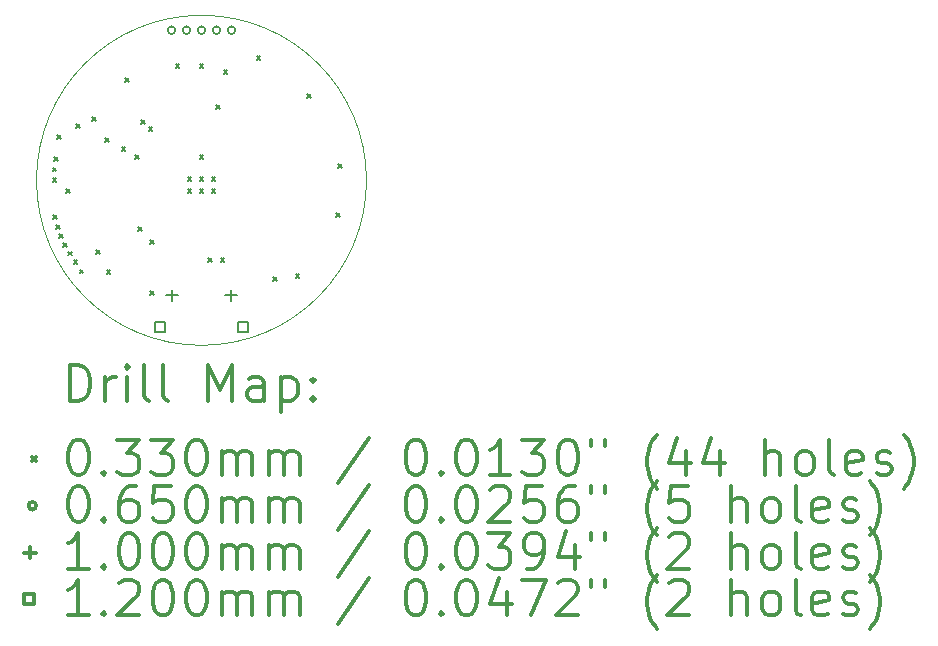
<source format=gbr>
%FSLAX45Y45*%
G04 Gerber Fmt 4.5, Leading zero omitted, Abs format (unit mm)*
G04 Created by KiCad (PCBNEW (5.1.12)-1) date 2021-11-24 10:50:31*
%MOMM*%
%LPD*%
G01*
G04 APERTURE LIST*
%TA.AperFunction,Profile*%
%ADD10C,0.050000*%
%TD*%
%ADD11C,0.200000*%
%ADD12C,0.300000*%
G04 APERTURE END LIST*
D10*
X20447000Y-10160000D02*
G75*
G03*
X20447000Y-10160000I-1397000J0D01*
G01*
D11*
X17788890Y-10052050D02*
X17821910Y-10085070D01*
X17821910Y-10052050D02*
X17788890Y-10085070D01*
X17788890Y-10143490D02*
X17821910Y-10176510D01*
X17821910Y-10143490D02*
X17788890Y-10176510D01*
X17789375Y-10455726D02*
X17822395Y-10488746D01*
X17822395Y-10455726D02*
X17789375Y-10488746D01*
X17799051Y-9963151D02*
X17832071Y-9996171D01*
X17832071Y-9963151D02*
X17799051Y-9996171D01*
X17814988Y-10535538D02*
X17848008Y-10568558D01*
X17848008Y-10535538D02*
X17814988Y-10568558D01*
X17826990Y-9775190D02*
X17860010Y-9808210D01*
X17860010Y-9775190D02*
X17826990Y-9808210D01*
X17841112Y-10615185D02*
X17874132Y-10648205D01*
X17874132Y-10615185D02*
X17841112Y-10648205D01*
X17875365Y-10691688D02*
X17908385Y-10724708D01*
X17908385Y-10691688D02*
X17875365Y-10724708D01*
X17900427Y-10237469D02*
X17933447Y-10270489D01*
X17933447Y-10237469D02*
X17900427Y-10270489D01*
X17918981Y-10763267D02*
X17952001Y-10796287D01*
X17952001Y-10763267D02*
X17918981Y-10796287D01*
X17966291Y-10834063D02*
X17999311Y-10867083D01*
X17999311Y-10834063D02*
X17966291Y-10867083D01*
X17987010Y-9686290D02*
X18020030Y-9719310D01*
X18020030Y-9686290D02*
X17987010Y-9719310D01*
X18017490Y-10915650D02*
X18050510Y-10948670D01*
X18050510Y-10915650D02*
X18017490Y-10948670D01*
X18124170Y-9625330D02*
X18157190Y-9658350D01*
X18157190Y-9625330D02*
X18124170Y-9658350D01*
X18155922Y-10753090D02*
X18188942Y-10786110D01*
X18188942Y-10753090D02*
X18155922Y-10786110D01*
X18233390Y-9800590D02*
X18266410Y-9833610D01*
X18266410Y-9800590D02*
X18233390Y-9833610D01*
X18246090Y-10918190D02*
X18279110Y-10951210D01*
X18279110Y-10918190D02*
X18246090Y-10951210D01*
X18373090Y-9879330D02*
X18406110Y-9912350D01*
X18406110Y-9879330D02*
X18373090Y-9912350D01*
X18403570Y-9295130D02*
X18436590Y-9328150D01*
X18436590Y-9295130D02*
X18403570Y-9328150D01*
X18489930Y-9945370D02*
X18522950Y-9978390D01*
X18522950Y-9945370D02*
X18489930Y-9978390D01*
X18510250Y-10554970D02*
X18543270Y-10587990D01*
X18543270Y-10554970D02*
X18510250Y-10587990D01*
X18538190Y-9648190D02*
X18571210Y-9681210D01*
X18571210Y-9648190D02*
X18538190Y-9681210D01*
X18601690Y-9711690D02*
X18634710Y-9744710D01*
X18634710Y-9711690D02*
X18601690Y-9744710D01*
X18611850Y-11098530D02*
X18644870Y-11131550D01*
X18644870Y-11098530D02*
X18611850Y-11131550D01*
X18616930Y-10664190D02*
X18649950Y-10697210D01*
X18649950Y-10664190D02*
X18616930Y-10697210D01*
X18830290Y-9178290D02*
X18863310Y-9211310D01*
X18863310Y-9178290D02*
X18830290Y-9211310D01*
X18931890Y-10130790D02*
X18964910Y-10163810D01*
X18964910Y-10130790D02*
X18931890Y-10163810D01*
X18931890Y-10232390D02*
X18964910Y-10265410D01*
X18964910Y-10232390D02*
X18931890Y-10265410D01*
X19033490Y-9173960D02*
X19066510Y-9206980D01*
X19066510Y-9173960D02*
X19033490Y-9206980D01*
X19033490Y-9945370D02*
X19066510Y-9978390D01*
X19066510Y-9945370D02*
X19033490Y-9978390D01*
X19033490Y-10130790D02*
X19066510Y-10163810D01*
X19066510Y-10130790D02*
X19033490Y-10163810D01*
X19033490Y-10232390D02*
X19066510Y-10265410D01*
X19066510Y-10232390D02*
X19033490Y-10265410D01*
X19108490Y-10816590D02*
X19141510Y-10849610D01*
X19141510Y-10816590D02*
X19108490Y-10849610D01*
X19135090Y-10130790D02*
X19168110Y-10163810D01*
X19168110Y-10130790D02*
X19135090Y-10163810D01*
X19135090Y-10232390D02*
X19168110Y-10265410D01*
X19168110Y-10232390D02*
X19135090Y-10265410D01*
X19173190Y-9521190D02*
X19206210Y-9554210D01*
X19206210Y-9521190D02*
X19173190Y-9554210D01*
X19211290Y-10816590D02*
X19244310Y-10849610D01*
X19244310Y-10816590D02*
X19211290Y-10849610D01*
X19236690Y-9229090D02*
X19269710Y-9262110D01*
X19269710Y-9229090D02*
X19236690Y-9262110D01*
X19516090Y-9108441D02*
X19549110Y-9141461D01*
X19549110Y-9108441D02*
X19516090Y-9141461D01*
X19658329Y-10976610D02*
X19691349Y-11009630D01*
X19691349Y-10976610D02*
X19658329Y-11009630D01*
X19846291Y-10956290D02*
X19879311Y-10989310D01*
X19879311Y-10956290D02*
X19846291Y-10989310D01*
X19942810Y-9432290D02*
X19975830Y-9465310D01*
X19975830Y-9432290D02*
X19942810Y-9465310D01*
X20191730Y-10438130D02*
X20224750Y-10471150D01*
X20224750Y-10438130D02*
X20191730Y-10471150D01*
X20203490Y-10022550D02*
X20236510Y-10055570D01*
X20236510Y-10022550D02*
X20203490Y-10055570D01*
X18828500Y-8890000D02*
G75*
G03*
X18828500Y-8890000I-32500J0D01*
G01*
X18955500Y-8890000D02*
G75*
G03*
X18955500Y-8890000I-32500J0D01*
G01*
X19082500Y-8890000D02*
G75*
G03*
X19082500Y-8890000I-32500J0D01*
G01*
X19209500Y-8890000D02*
G75*
G03*
X19209500Y-8890000I-32500J0D01*
G01*
X19336500Y-8890000D02*
G75*
G03*
X19336500Y-8890000I-32500J0D01*
G01*
X18800000Y-11085000D02*
X18800000Y-11185000D01*
X18750000Y-11135000D02*
X18850000Y-11135000D01*
X19300000Y-11085000D02*
X19300000Y-11185000D01*
X19250000Y-11135000D02*
X19350000Y-11135000D01*
X18742427Y-11447427D02*
X18742427Y-11362573D01*
X18657573Y-11362573D01*
X18657573Y-11447427D01*
X18742427Y-11447427D01*
X19442427Y-11447427D02*
X19442427Y-11362573D01*
X19357573Y-11362573D01*
X19357573Y-11447427D01*
X19442427Y-11447427D01*
D12*
X17936928Y-12025214D02*
X17936928Y-11725214D01*
X18008357Y-11725214D01*
X18051214Y-11739500D01*
X18079786Y-11768071D01*
X18094071Y-11796643D01*
X18108357Y-11853786D01*
X18108357Y-11896643D01*
X18094071Y-11953786D01*
X18079786Y-11982357D01*
X18051214Y-12010929D01*
X18008357Y-12025214D01*
X17936928Y-12025214D01*
X18236928Y-12025214D02*
X18236928Y-11825214D01*
X18236928Y-11882357D02*
X18251214Y-11853786D01*
X18265500Y-11839500D01*
X18294071Y-11825214D01*
X18322643Y-11825214D01*
X18422643Y-12025214D02*
X18422643Y-11825214D01*
X18422643Y-11725214D02*
X18408357Y-11739500D01*
X18422643Y-11753786D01*
X18436928Y-11739500D01*
X18422643Y-11725214D01*
X18422643Y-11753786D01*
X18608357Y-12025214D02*
X18579786Y-12010929D01*
X18565500Y-11982357D01*
X18565500Y-11725214D01*
X18765500Y-12025214D02*
X18736928Y-12010929D01*
X18722643Y-11982357D01*
X18722643Y-11725214D01*
X19108357Y-12025214D02*
X19108357Y-11725214D01*
X19208357Y-11939500D01*
X19308357Y-11725214D01*
X19308357Y-12025214D01*
X19579786Y-12025214D02*
X19579786Y-11868071D01*
X19565500Y-11839500D01*
X19536928Y-11825214D01*
X19479786Y-11825214D01*
X19451214Y-11839500D01*
X19579786Y-12010929D02*
X19551214Y-12025214D01*
X19479786Y-12025214D01*
X19451214Y-12010929D01*
X19436928Y-11982357D01*
X19436928Y-11953786D01*
X19451214Y-11925214D01*
X19479786Y-11910929D01*
X19551214Y-11910929D01*
X19579786Y-11896643D01*
X19722643Y-11825214D02*
X19722643Y-12125214D01*
X19722643Y-11839500D02*
X19751214Y-11825214D01*
X19808357Y-11825214D01*
X19836928Y-11839500D01*
X19851214Y-11853786D01*
X19865500Y-11882357D01*
X19865500Y-11968071D01*
X19851214Y-11996643D01*
X19836928Y-12010929D01*
X19808357Y-12025214D01*
X19751214Y-12025214D01*
X19722643Y-12010929D01*
X19994071Y-11996643D02*
X20008357Y-12010929D01*
X19994071Y-12025214D01*
X19979786Y-12010929D01*
X19994071Y-11996643D01*
X19994071Y-12025214D01*
X19994071Y-11839500D02*
X20008357Y-11853786D01*
X19994071Y-11868071D01*
X19979786Y-11853786D01*
X19994071Y-11839500D01*
X19994071Y-11868071D01*
X17617480Y-12502990D02*
X17650500Y-12536010D01*
X17650500Y-12502990D02*
X17617480Y-12536010D01*
X17994071Y-12355214D02*
X18022643Y-12355214D01*
X18051214Y-12369500D01*
X18065500Y-12383786D01*
X18079786Y-12412357D01*
X18094071Y-12469500D01*
X18094071Y-12540929D01*
X18079786Y-12598071D01*
X18065500Y-12626643D01*
X18051214Y-12640929D01*
X18022643Y-12655214D01*
X17994071Y-12655214D01*
X17965500Y-12640929D01*
X17951214Y-12626643D01*
X17936928Y-12598071D01*
X17922643Y-12540929D01*
X17922643Y-12469500D01*
X17936928Y-12412357D01*
X17951214Y-12383786D01*
X17965500Y-12369500D01*
X17994071Y-12355214D01*
X18222643Y-12626643D02*
X18236928Y-12640929D01*
X18222643Y-12655214D01*
X18208357Y-12640929D01*
X18222643Y-12626643D01*
X18222643Y-12655214D01*
X18336928Y-12355214D02*
X18522643Y-12355214D01*
X18422643Y-12469500D01*
X18465500Y-12469500D01*
X18494071Y-12483786D01*
X18508357Y-12498071D01*
X18522643Y-12526643D01*
X18522643Y-12598071D01*
X18508357Y-12626643D01*
X18494071Y-12640929D01*
X18465500Y-12655214D01*
X18379786Y-12655214D01*
X18351214Y-12640929D01*
X18336928Y-12626643D01*
X18622643Y-12355214D02*
X18808357Y-12355214D01*
X18708357Y-12469500D01*
X18751214Y-12469500D01*
X18779786Y-12483786D01*
X18794071Y-12498071D01*
X18808357Y-12526643D01*
X18808357Y-12598071D01*
X18794071Y-12626643D01*
X18779786Y-12640929D01*
X18751214Y-12655214D01*
X18665500Y-12655214D01*
X18636928Y-12640929D01*
X18622643Y-12626643D01*
X18994071Y-12355214D02*
X19022643Y-12355214D01*
X19051214Y-12369500D01*
X19065500Y-12383786D01*
X19079786Y-12412357D01*
X19094071Y-12469500D01*
X19094071Y-12540929D01*
X19079786Y-12598071D01*
X19065500Y-12626643D01*
X19051214Y-12640929D01*
X19022643Y-12655214D01*
X18994071Y-12655214D01*
X18965500Y-12640929D01*
X18951214Y-12626643D01*
X18936928Y-12598071D01*
X18922643Y-12540929D01*
X18922643Y-12469500D01*
X18936928Y-12412357D01*
X18951214Y-12383786D01*
X18965500Y-12369500D01*
X18994071Y-12355214D01*
X19222643Y-12655214D02*
X19222643Y-12455214D01*
X19222643Y-12483786D02*
X19236928Y-12469500D01*
X19265500Y-12455214D01*
X19308357Y-12455214D01*
X19336928Y-12469500D01*
X19351214Y-12498071D01*
X19351214Y-12655214D01*
X19351214Y-12498071D02*
X19365500Y-12469500D01*
X19394071Y-12455214D01*
X19436928Y-12455214D01*
X19465500Y-12469500D01*
X19479786Y-12498071D01*
X19479786Y-12655214D01*
X19622643Y-12655214D02*
X19622643Y-12455214D01*
X19622643Y-12483786D02*
X19636928Y-12469500D01*
X19665500Y-12455214D01*
X19708357Y-12455214D01*
X19736928Y-12469500D01*
X19751214Y-12498071D01*
X19751214Y-12655214D01*
X19751214Y-12498071D02*
X19765500Y-12469500D01*
X19794071Y-12455214D01*
X19836928Y-12455214D01*
X19865500Y-12469500D01*
X19879786Y-12498071D01*
X19879786Y-12655214D01*
X20465500Y-12340929D02*
X20208357Y-12726643D01*
X20851214Y-12355214D02*
X20879786Y-12355214D01*
X20908357Y-12369500D01*
X20922643Y-12383786D01*
X20936928Y-12412357D01*
X20951214Y-12469500D01*
X20951214Y-12540929D01*
X20936928Y-12598071D01*
X20922643Y-12626643D01*
X20908357Y-12640929D01*
X20879786Y-12655214D01*
X20851214Y-12655214D01*
X20822643Y-12640929D01*
X20808357Y-12626643D01*
X20794071Y-12598071D01*
X20779786Y-12540929D01*
X20779786Y-12469500D01*
X20794071Y-12412357D01*
X20808357Y-12383786D01*
X20822643Y-12369500D01*
X20851214Y-12355214D01*
X21079786Y-12626643D02*
X21094071Y-12640929D01*
X21079786Y-12655214D01*
X21065500Y-12640929D01*
X21079786Y-12626643D01*
X21079786Y-12655214D01*
X21279786Y-12355214D02*
X21308357Y-12355214D01*
X21336928Y-12369500D01*
X21351214Y-12383786D01*
X21365500Y-12412357D01*
X21379786Y-12469500D01*
X21379786Y-12540929D01*
X21365500Y-12598071D01*
X21351214Y-12626643D01*
X21336928Y-12640929D01*
X21308357Y-12655214D01*
X21279786Y-12655214D01*
X21251214Y-12640929D01*
X21236928Y-12626643D01*
X21222643Y-12598071D01*
X21208357Y-12540929D01*
X21208357Y-12469500D01*
X21222643Y-12412357D01*
X21236928Y-12383786D01*
X21251214Y-12369500D01*
X21279786Y-12355214D01*
X21665500Y-12655214D02*
X21494071Y-12655214D01*
X21579786Y-12655214D02*
X21579786Y-12355214D01*
X21551214Y-12398071D01*
X21522643Y-12426643D01*
X21494071Y-12440929D01*
X21765500Y-12355214D02*
X21951214Y-12355214D01*
X21851214Y-12469500D01*
X21894071Y-12469500D01*
X21922643Y-12483786D01*
X21936928Y-12498071D01*
X21951214Y-12526643D01*
X21951214Y-12598071D01*
X21936928Y-12626643D01*
X21922643Y-12640929D01*
X21894071Y-12655214D01*
X21808357Y-12655214D01*
X21779786Y-12640929D01*
X21765500Y-12626643D01*
X22136928Y-12355214D02*
X22165500Y-12355214D01*
X22194071Y-12369500D01*
X22208357Y-12383786D01*
X22222643Y-12412357D01*
X22236928Y-12469500D01*
X22236928Y-12540929D01*
X22222643Y-12598071D01*
X22208357Y-12626643D01*
X22194071Y-12640929D01*
X22165500Y-12655214D01*
X22136928Y-12655214D01*
X22108357Y-12640929D01*
X22094071Y-12626643D01*
X22079786Y-12598071D01*
X22065500Y-12540929D01*
X22065500Y-12469500D01*
X22079786Y-12412357D01*
X22094071Y-12383786D01*
X22108357Y-12369500D01*
X22136928Y-12355214D01*
X22351214Y-12355214D02*
X22351214Y-12412357D01*
X22465500Y-12355214D02*
X22465500Y-12412357D01*
X22908357Y-12769500D02*
X22894071Y-12755214D01*
X22865500Y-12712357D01*
X22851214Y-12683786D01*
X22836928Y-12640929D01*
X22822643Y-12569500D01*
X22822643Y-12512357D01*
X22836928Y-12440929D01*
X22851214Y-12398071D01*
X22865500Y-12369500D01*
X22894071Y-12326643D01*
X22908357Y-12312357D01*
X23151214Y-12455214D02*
X23151214Y-12655214D01*
X23079786Y-12340929D02*
X23008357Y-12555214D01*
X23194071Y-12555214D01*
X23436928Y-12455214D02*
X23436928Y-12655214D01*
X23365500Y-12340929D02*
X23294071Y-12555214D01*
X23479786Y-12555214D01*
X23822643Y-12655214D02*
X23822643Y-12355214D01*
X23951214Y-12655214D02*
X23951214Y-12498071D01*
X23936928Y-12469500D01*
X23908357Y-12455214D01*
X23865500Y-12455214D01*
X23836928Y-12469500D01*
X23822643Y-12483786D01*
X24136928Y-12655214D02*
X24108357Y-12640929D01*
X24094071Y-12626643D01*
X24079786Y-12598071D01*
X24079786Y-12512357D01*
X24094071Y-12483786D01*
X24108357Y-12469500D01*
X24136928Y-12455214D01*
X24179786Y-12455214D01*
X24208357Y-12469500D01*
X24222643Y-12483786D01*
X24236928Y-12512357D01*
X24236928Y-12598071D01*
X24222643Y-12626643D01*
X24208357Y-12640929D01*
X24179786Y-12655214D01*
X24136928Y-12655214D01*
X24408357Y-12655214D02*
X24379786Y-12640929D01*
X24365500Y-12612357D01*
X24365500Y-12355214D01*
X24636928Y-12640929D02*
X24608357Y-12655214D01*
X24551214Y-12655214D01*
X24522643Y-12640929D01*
X24508357Y-12612357D01*
X24508357Y-12498071D01*
X24522643Y-12469500D01*
X24551214Y-12455214D01*
X24608357Y-12455214D01*
X24636928Y-12469500D01*
X24651214Y-12498071D01*
X24651214Y-12526643D01*
X24508357Y-12555214D01*
X24765500Y-12640929D02*
X24794071Y-12655214D01*
X24851214Y-12655214D01*
X24879786Y-12640929D01*
X24894071Y-12612357D01*
X24894071Y-12598071D01*
X24879786Y-12569500D01*
X24851214Y-12555214D01*
X24808357Y-12555214D01*
X24779786Y-12540929D01*
X24765500Y-12512357D01*
X24765500Y-12498071D01*
X24779786Y-12469500D01*
X24808357Y-12455214D01*
X24851214Y-12455214D01*
X24879786Y-12469500D01*
X24994071Y-12769500D02*
X25008357Y-12755214D01*
X25036928Y-12712357D01*
X25051214Y-12683786D01*
X25065500Y-12640929D01*
X25079786Y-12569500D01*
X25079786Y-12512357D01*
X25065500Y-12440929D01*
X25051214Y-12398071D01*
X25036928Y-12369500D01*
X25008357Y-12326643D01*
X24994071Y-12312357D01*
X17650500Y-12915500D02*
G75*
G03*
X17650500Y-12915500I-32500J0D01*
G01*
X17994071Y-12751214D02*
X18022643Y-12751214D01*
X18051214Y-12765500D01*
X18065500Y-12779786D01*
X18079786Y-12808357D01*
X18094071Y-12865500D01*
X18094071Y-12936929D01*
X18079786Y-12994071D01*
X18065500Y-13022643D01*
X18051214Y-13036929D01*
X18022643Y-13051214D01*
X17994071Y-13051214D01*
X17965500Y-13036929D01*
X17951214Y-13022643D01*
X17936928Y-12994071D01*
X17922643Y-12936929D01*
X17922643Y-12865500D01*
X17936928Y-12808357D01*
X17951214Y-12779786D01*
X17965500Y-12765500D01*
X17994071Y-12751214D01*
X18222643Y-13022643D02*
X18236928Y-13036929D01*
X18222643Y-13051214D01*
X18208357Y-13036929D01*
X18222643Y-13022643D01*
X18222643Y-13051214D01*
X18494071Y-12751214D02*
X18436928Y-12751214D01*
X18408357Y-12765500D01*
X18394071Y-12779786D01*
X18365500Y-12822643D01*
X18351214Y-12879786D01*
X18351214Y-12994071D01*
X18365500Y-13022643D01*
X18379786Y-13036929D01*
X18408357Y-13051214D01*
X18465500Y-13051214D01*
X18494071Y-13036929D01*
X18508357Y-13022643D01*
X18522643Y-12994071D01*
X18522643Y-12922643D01*
X18508357Y-12894071D01*
X18494071Y-12879786D01*
X18465500Y-12865500D01*
X18408357Y-12865500D01*
X18379786Y-12879786D01*
X18365500Y-12894071D01*
X18351214Y-12922643D01*
X18794071Y-12751214D02*
X18651214Y-12751214D01*
X18636928Y-12894071D01*
X18651214Y-12879786D01*
X18679786Y-12865500D01*
X18751214Y-12865500D01*
X18779786Y-12879786D01*
X18794071Y-12894071D01*
X18808357Y-12922643D01*
X18808357Y-12994071D01*
X18794071Y-13022643D01*
X18779786Y-13036929D01*
X18751214Y-13051214D01*
X18679786Y-13051214D01*
X18651214Y-13036929D01*
X18636928Y-13022643D01*
X18994071Y-12751214D02*
X19022643Y-12751214D01*
X19051214Y-12765500D01*
X19065500Y-12779786D01*
X19079786Y-12808357D01*
X19094071Y-12865500D01*
X19094071Y-12936929D01*
X19079786Y-12994071D01*
X19065500Y-13022643D01*
X19051214Y-13036929D01*
X19022643Y-13051214D01*
X18994071Y-13051214D01*
X18965500Y-13036929D01*
X18951214Y-13022643D01*
X18936928Y-12994071D01*
X18922643Y-12936929D01*
X18922643Y-12865500D01*
X18936928Y-12808357D01*
X18951214Y-12779786D01*
X18965500Y-12765500D01*
X18994071Y-12751214D01*
X19222643Y-13051214D02*
X19222643Y-12851214D01*
X19222643Y-12879786D02*
X19236928Y-12865500D01*
X19265500Y-12851214D01*
X19308357Y-12851214D01*
X19336928Y-12865500D01*
X19351214Y-12894071D01*
X19351214Y-13051214D01*
X19351214Y-12894071D02*
X19365500Y-12865500D01*
X19394071Y-12851214D01*
X19436928Y-12851214D01*
X19465500Y-12865500D01*
X19479786Y-12894071D01*
X19479786Y-13051214D01*
X19622643Y-13051214D02*
X19622643Y-12851214D01*
X19622643Y-12879786D02*
X19636928Y-12865500D01*
X19665500Y-12851214D01*
X19708357Y-12851214D01*
X19736928Y-12865500D01*
X19751214Y-12894071D01*
X19751214Y-13051214D01*
X19751214Y-12894071D02*
X19765500Y-12865500D01*
X19794071Y-12851214D01*
X19836928Y-12851214D01*
X19865500Y-12865500D01*
X19879786Y-12894071D01*
X19879786Y-13051214D01*
X20465500Y-12736929D02*
X20208357Y-13122643D01*
X20851214Y-12751214D02*
X20879786Y-12751214D01*
X20908357Y-12765500D01*
X20922643Y-12779786D01*
X20936928Y-12808357D01*
X20951214Y-12865500D01*
X20951214Y-12936929D01*
X20936928Y-12994071D01*
X20922643Y-13022643D01*
X20908357Y-13036929D01*
X20879786Y-13051214D01*
X20851214Y-13051214D01*
X20822643Y-13036929D01*
X20808357Y-13022643D01*
X20794071Y-12994071D01*
X20779786Y-12936929D01*
X20779786Y-12865500D01*
X20794071Y-12808357D01*
X20808357Y-12779786D01*
X20822643Y-12765500D01*
X20851214Y-12751214D01*
X21079786Y-13022643D02*
X21094071Y-13036929D01*
X21079786Y-13051214D01*
X21065500Y-13036929D01*
X21079786Y-13022643D01*
X21079786Y-13051214D01*
X21279786Y-12751214D02*
X21308357Y-12751214D01*
X21336928Y-12765500D01*
X21351214Y-12779786D01*
X21365500Y-12808357D01*
X21379786Y-12865500D01*
X21379786Y-12936929D01*
X21365500Y-12994071D01*
X21351214Y-13022643D01*
X21336928Y-13036929D01*
X21308357Y-13051214D01*
X21279786Y-13051214D01*
X21251214Y-13036929D01*
X21236928Y-13022643D01*
X21222643Y-12994071D01*
X21208357Y-12936929D01*
X21208357Y-12865500D01*
X21222643Y-12808357D01*
X21236928Y-12779786D01*
X21251214Y-12765500D01*
X21279786Y-12751214D01*
X21494071Y-12779786D02*
X21508357Y-12765500D01*
X21536928Y-12751214D01*
X21608357Y-12751214D01*
X21636928Y-12765500D01*
X21651214Y-12779786D01*
X21665500Y-12808357D01*
X21665500Y-12836929D01*
X21651214Y-12879786D01*
X21479786Y-13051214D01*
X21665500Y-13051214D01*
X21936928Y-12751214D02*
X21794071Y-12751214D01*
X21779786Y-12894071D01*
X21794071Y-12879786D01*
X21822643Y-12865500D01*
X21894071Y-12865500D01*
X21922643Y-12879786D01*
X21936928Y-12894071D01*
X21951214Y-12922643D01*
X21951214Y-12994071D01*
X21936928Y-13022643D01*
X21922643Y-13036929D01*
X21894071Y-13051214D01*
X21822643Y-13051214D01*
X21794071Y-13036929D01*
X21779786Y-13022643D01*
X22208357Y-12751214D02*
X22151214Y-12751214D01*
X22122643Y-12765500D01*
X22108357Y-12779786D01*
X22079786Y-12822643D01*
X22065500Y-12879786D01*
X22065500Y-12994071D01*
X22079786Y-13022643D01*
X22094071Y-13036929D01*
X22122643Y-13051214D01*
X22179786Y-13051214D01*
X22208357Y-13036929D01*
X22222643Y-13022643D01*
X22236928Y-12994071D01*
X22236928Y-12922643D01*
X22222643Y-12894071D01*
X22208357Y-12879786D01*
X22179786Y-12865500D01*
X22122643Y-12865500D01*
X22094071Y-12879786D01*
X22079786Y-12894071D01*
X22065500Y-12922643D01*
X22351214Y-12751214D02*
X22351214Y-12808357D01*
X22465500Y-12751214D02*
X22465500Y-12808357D01*
X22908357Y-13165500D02*
X22894071Y-13151214D01*
X22865500Y-13108357D01*
X22851214Y-13079786D01*
X22836928Y-13036929D01*
X22822643Y-12965500D01*
X22822643Y-12908357D01*
X22836928Y-12836929D01*
X22851214Y-12794071D01*
X22865500Y-12765500D01*
X22894071Y-12722643D01*
X22908357Y-12708357D01*
X23165500Y-12751214D02*
X23022643Y-12751214D01*
X23008357Y-12894071D01*
X23022643Y-12879786D01*
X23051214Y-12865500D01*
X23122643Y-12865500D01*
X23151214Y-12879786D01*
X23165500Y-12894071D01*
X23179786Y-12922643D01*
X23179786Y-12994071D01*
X23165500Y-13022643D01*
X23151214Y-13036929D01*
X23122643Y-13051214D01*
X23051214Y-13051214D01*
X23022643Y-13036929D01*
X23008357Y-13022643D01*
X23536928Y-13051214D02*
X23536928Y-12751214D01*
X23665500Y-13051214D02*
X23665500Y-12894071D01*
X23651214Y-12865500D01*
X23622643Y-12851214D01*
X23579786Y-12851214D01*
X23551214Y-12865500D01*
X23536928Y-12879786D01*
X23851214Y-13051214D02*
X23822643Y-13036929D01*
X23808357Y-13022643D01*
X23794071Y-12994071D01*
X23794071Y-12908357D01*
X23808357Y-12879786D01*
X23822643Y-12865500D01*
X23851214Y-12851214D01*
X23894071Y-12851214D01*
X23922643Y-12865500D01*
X23936928Y-12879786D01*
X23951214Y-12908357D01*
X23951214Y-12994071D01*
X23936928Y-13022643D01*
X23922643Y-13036929D01*
X23894071Y-13051214D01*
X23851214Y-13051214D01*
X24122643Y-13051214D02*
X24094071Y-13036929D01*
X24079786Y-13008357D01*
X24079786Y-12751214D01*
X24351214Y-13036929D02*
X24322643Y-13051214D01*
X24265500Y-13051214D01*
X24236928Y-13036929D01*
X24222643Y-13008357D01*
X24222643Y-12894071D01*
X24236928Y-12865500D01*
X24265500Y-12851214D01*
X24322643Y-12851214D01*
X24351214Y-12865500D01*
X24365500Y-12894071D01*
X24365500Y-12922643D01*
X24222643Y-12951214D01*
X24479786Y-13036929D02*
X24508357Y-13051214D01*
X24565500Y-13051214D01*
X24594071Y-13036929D01*
X24608357Y-13008357D01*
X24608357Y-12994071D01*
X24594071Y-12965500D01*
X24565500Y-12951214D01*
X24522643Y-12951214D01*
X24494071Y-12936929D01*
X24479786Y-12908357D01*
X24479786Y-12894071D01*
X24494071Y-12865500D01*
X24522643Y-12851214D01*
X24565500Y-12851214D01*
X24594071Y-12865500D01*
X24708357Y-13165500D02*
X24722643Y-13151214D01*
X24751214Y-13108357D01*
X24765500Y-13079786D01*
X24779786Y-13036929D01*
X24794071Y-12965500D01*
X24794071Y-12908357D01*
X24779786Y-12836929D01*
X24765500Y-12794071D01*
X24751214Y-12765500D01*
X24722643Y-12722643D01*
X24708357Y-12708357D01*
X17600500Y-13261500D02*
X17600500Y-13361500D01*
X17550500Y-13311500D02*
X17650500Y-13311500D01*
X18094071Y-13447214D02*
X17922643Y-13447214D01*
X18008357Y-13447214D02*
X18008357Y-13147214D01*
X17979786Y-13190071D01*
X17951214Y-13218643D01*
X17922643Y-13232929D01*
X18222643Y-13418643D02*
X18236928Y-13432929D01*
X18222643Y-13447214D01*
X18208357Y-13432929D01*
X18222643Y-13418643D01*
X18222643Y-13447214D01*
X18422643Y-13147214D02*
X18451214Y-13147214D01*
X18479786Y-13161500D01*
X18494071Y-13175786D01*
X18508357Y-13204357D01*
X18522643Y-13261500D01*
X18522643Y-13332929D01*
X18508357Y-13390071D01*
X18494071Y-13418643D01*
X18479786Y-13432929D01*
X18451214Y-13447214D01*
X18422643Y-13447214D01*
X18394071Y-13432929D01*
X18379786Y-13418643D01*
X18365500Y-13390071D01*
X18351214Y-13332929D01*
X18351214Y-13261500D01*
X18365500Y-13204357D01*
X18379786Y-13175786D01*
X18394071Y-13161500D01*
X18422643Y-13147214D01*
X18708357Y-13147214D02*
X18736928Y-13147214D01*
X18765500Y-13161500D01*
X18779786Y-13175786D01*
X18794071Y-13204357D01*
X18808357Y-13261500D01*
X18808357Y-13332929D01*
X18794071Y-13390071D01*
X18779786Y-13418643D01*
X18765500Y-13432929D01*
X18736928Y-13447214D01*
X18708357Y-13447214D01*
X18679786Y-13432929D01*
X18665500Y-13418643D01*
X18651214Y-13390071D01*
X18636928Y-13332929D01*
X18636928Y-13261500D01*
X18651214Y-13204357D01*
X18665500Y-13175786D01*
X18679786Y-13161500D01*
X18708357Y-13147214D01*
X18994071Y-13147214D02*
X19022643Y-13147214D01*
X19051214Y-13161500D01*
X19065500Y-13175786D01*
X19079786Y-13204357D01*
X19094071Y-13261500D01*
X19094071Y-13332929D01*
X19079786Y-13390071D01*
X19065500Y-13418643D01*
X19051214Y-13432929D01*
X19022643Y-13447214D01*
X18994071Y-13447214D01*
X18965500Y-13432929D01*
X18951214Y-13418643D01*
X18936928Y-13390071D01*
X18922643Y-13332929D01*
X18922643Y-13261500D01*
X18936928Y-13204357D01*
X18951214Y-13175786D01*
X18965500Y-13161500D01*
X18994071Y-13147214D01*
X19222643Y-13447214D02*
X19222643Y-13247214D01*
X19222643Y-13275786D02*
X19236928Y-13261500D01*
X19265500Y-13247214D01*
X19308357Y-13247214D01*
X19336928Y-13261500D01*
X19351214Y-13290071D01*
X19351214Y-13447214D01*
X19351214Y-13290071D02*
X19365500Y-13261500D01*
X19394071Y-13247214D01*
X19436928Y-13247214D01*
X19465500Y-13261500D01*
X19479786Y-13290071D01*
X19479786Y-13447214D01*
X19622643Y-13447214D02*
X19622643Y-13247214D01*
X19622643Y-13275786D02*
X19636928Y-13261500D01*
X19665500Y-13247214D01*
X19708357Y-13247214D01*
X19736928Y-13261500D01*
X19751214Y-13290071D01*
X19751214Y-13447214D01*
X19751214Y-13290071D02*
X19765500Y-13261500D01*
X19794071Y-13247214D01*
X19836928Y-13247214D01*
X19865500Y-13261500D01*
X19879786Y-13290071D01*
X19879786Y-13447214D01*
X20465500Y-13132929D02*
X20208357Y-13518643D01*
X20851214Y-13147214D02*
X20879786Y-13147214D01*
X20908357Y-13161500D01*
X20922643Y-13175786D01*
X20936928Y-13204357D01*
X20951214Y-13261500D01*
X20951214Y-13332929D01*
X20936928Y-13390071D01*
X20922643Y-13418643D01*
X20908357Y-13432929D01*
X20879786Y-13447214D01*
X20851214Y-13447214D01*
X20822643Y-13432929D01*
X20808357Y-13418643D01*
X20794071Y-13390071D01*
X20779786Y-13332929D01*
X20779786Y-13261500D01*
X20794071Y-13204357D01*
X20808357Y-13175786D01*
X20822643Y-13161500D01*
X20851214Y-13147214D01*
X21079786Y-13418643D02*
X21094071Y-13432929D01*
X21079786Y-13447214D01*
X21065500Y-13432929D01*
X21079786Y-13418643D01*
X21079786Y-13447214D01*
X21279786Y-13147214D02*
X21308357Y-13147214D01*
X21336928Y-13161500D01*
X21351214Y-13175786D01*
X21365500Y-13204357D01*
X21379786Y-13261500D01*
X21379786Y-13332929D01*
X21365500Y-13390071D01*
X21351214Y-13418643D01*
X21336928Y-13432929D01*
X21308357Y-13447214D01*
X21279786Y-13447214D01*
X21251214Y-13432929D01*
X21236928Y-13418643D01*
X21222643Y-13390071D01*
X21208357Y-13332929D01*
X21208357Y-13261500D01*
X21222643Y-13204357D01*
X21236928Y-13175786D01*
X21251214Y-13161500D01*
X21279786Y-13147214D01*
X21479786Y-13147214D02*
X21665500Y-13147214D01*
X21565500Y-13261500D01*
X21608357Y-13261500D01*
X21636928Y-13275786D01*
X21651214Y-13290071D01*
X21665500Y-13318643D01*
X21665500Y-13390071D01*
X21651214Y-13418643D01*
X21636928Y-13432929D01*
X21608357Y-13447214D01*
X21522643Y-13447214D01*
X21494071Y-13432929D01*
X21479786Y-13418643D01*
X21808357Y-13447214D02*
X21865500Y-13447214D01*
X21894071Y-13432929D01*
X21908357Y-13418643D01*
X21936928Y-13375786D01*
X21951214Y-13318643D01*
X21951214Y-13204357D01*
X21936928Y-13175786D01*
X21922643Y-13161500D01*
X21894071Y-13147214D01*
X21836928Y-13147214D01*
X21808357Y-13161500D01*
X21794071Y-13175786D01*
X21779786Y-13204357D01*
X21779786Y-13275786D01*
X21794071Y-13304357D01*
X21808357Y-13318643D01*
X21836928Y-13332929D01*
X21894071Y-13332929D01*
X21922643Y-13318643D01*
X21936928Y-13304357D01*
X21951214Y-13275786D01*
X22208357Y-13247214D02*
X22208357Y-13447214D01*
X22136928Y-13132929D02*
X22065500Y-13347214D01*
X22251214Y-13347214D01*
X22351214Y-13147214D02*
X22351214Y-13204357D01*
X22465500Y-13147214D02*
X22465500Y-13204357D01*
X22908357Y-13561500D02*
X22894071Y-13547214D01*
X22865500Y-13504357D01*
X22851214Y-13475786D01*
X22836928Y-13432929D01*
X22822643Y-13361500D01*
X22822643Y-13304357D01*
X22836928Y-13232929D01*
X22851214Y-13190071D01*
X22865500Y-13161500D01*
X22894071Y-13118643D01*
X22908357Y-13104357D01*
X23008357Y-13175786D02*
X23022643Y-13161500D01*
X23051214Y-13147214D01*
X23122643Y-13147214D01*
X23151214Y-13161500D01*
X23165500Y-13175786D01*
X23179786Y-13204357D01*
X23179786Y-13232929D01*
X23165500Y-13275786D01*
X22994071Y-13447214D01*
X23179786Y-13447214D01*
X23536928Y-13447214D02*
X23536928Y-13147214D01*
X23665500Y-13447214D02*
X23665500Y-13290071D01*
X23651214Y-13261500D01*
X23622643Y-13247214D01*
X23579786Y-13247214D01*
X23551214Y-13261500D01*
X23536928Y-13275786D01*
X23851214Y-13447214D02*
X23822643Y-13432929D01*
X23808357Y-13418643D01*
X23794071Y-13390071D01*
X23794071Y-13304357D01*
X23808357Y-13275786D01*
X23822643Y-13261500D01*
X23851214Y-13247214D01*
X23894071Y-13247214D01*
X23922643Y-13261500D01*
X23936928Y-13275786D01*
X23951214Y-13304357D01*
X23951214Y-13390071D01*
X23936928Y-13418643D01*
X23922643Y-13432929D01*
X23894071Y-13447214D01*
X23851214Y-13447214D01*
X24122643Y-13447214D02*
X24094071Y-13432929D01*
X24079786Y-13404357D01*
X24079786Y-13147214D01*
X24351214Y-13432929D02*
X24322643Y-13447214D01*
X24265500Y-13447214D01*
X24236928Y-13432929D01*
X24222643Y-13404357D01*
X24222643Y-13290071D01*
X24236928Y-13261500D01*
X24265500Y-13247214D01*
X24322643Y-13247214D01*
X24351214Y-13261500D01*
X24365500Y-13290071D01*
X24365500Y-13318643D01*
X24222643Y-13347214D01*
X24479786Y-13432929D02*
X24508357Y-13447214D01*
X24565500Y-13447214D01*
X24594071Y-13432929D01*
X24608357Y-13404357D01*
X24608357Y-13390071D01*
X24594071Y-13361500D01*
X24565500Y-13347214D01*
X24522643Y-13347214D01*
X24494071Y-13332929D01*
X24479786Y-13304357D01*
X24479786Y-13290071D01*
X24494071Y-13261500D01*
X24522643Y-13247214D01*
X24565500Y-13247214D01*
X24594071Y-13261500D01*
X24708357Y-13561500D02*
X24722643Y-13547214D01*
X24751214Y-13504357D01*
X24765500Y-13475786D01*
X24779786Y-13432929D01*
X24794071Y-13361500D01*
X24794071Y-13304357D01*
X24779786Y-13232929D01*
X24765500Y-13190071D01*
X24751214Y-13161500D01*
X24722643Y-13118643D01*
X24708357Y-13104357D01*
X17632927Y-13749927D02*
X17632927Y-13665073D01*
X17548073Y-13665073D01*
X17548073Y-13749927D01*
X17632927Y-13749927D01*
X18094071Y-13843214D02*
X17922643Y-13843214D01*
X18008357Y-13843214D02*
X18008357Y-13543214D01*
X17979786Y-13586071D01*
X17951214Y-13614643D01*
X17922643Y-13628929D01*
X18222643Y-13814643D02*
X18236928Y-13828929D01*
X18222643Y-13843214D01*
X18208357Y-13828929D01*
X18222643Y-13814643D01*
X18222643Y-13843214D01*
X18351214Y-13571786D02*
X18365500Y-13557500D01*
X18394071Y-13543214D01*
X18465500Y-13543214D01*
X18494071Y-13557500D01*
X18508357Y-13571786D01*
X18522643Y-13600357D01*
X18522643Y-13628929D01*
X18508357Y-13671786D01*
X18336928Y-13843214D01*
X18522643Y-13843214D01*
X18708357Y-13543214D02*
X18736928Y-13543214D01*
X18765500Y-13557500D01*
X18779786Y-13571786D01*
X18794071Y-13600357D01*
X18808357Y-13657500D01*
X18808357Y-13728929D01*
X18794071Y-13786071D01*
X18779786Y-13814643D01*
X18765500Y-13828929D01*
X18736928Y-13843214D01*
X18708357Y-13843214D01*
X18679786Y-13828929D01*
X18665500Y-13814643D01*
X18651214Y-13786071D01*
X18636928Y-13728929D01*
X18636928Y-13657500D01*
X18651214Y-13600357D01*
X18665500Y-13571786D01*
X18679786Y-13557500D01*
X18708357Y-13543214D01*
X18994071Y-13543214D02*
X19022643Y-13543214D01*
X19051214Y-13557500D01*
X19065500Y-13571786D01*
X19079786Y-13600357D01*
X19094071Y-13657500D01*
X19094071Y-13728929D01*
X19079786Y-13786071D01*
X19065500Y-13814643D01*
X19051214Y-13828929D01*
X19022643Y-13843214D01*
X18994071Y-13843214D01*
X18965500Y-13828929D01*
X18951214Y-13814643D01*
X18936928Y-13786071D01*
X18922643Y-13728929D01*
X18922643Y-13657500D01*
X18936928Y-13600357D01*
X18951214Y-13571786D01*
X18965500Y-13557500D01*
X18994071Y-13543214D01*
X19222643Y-13843214D02*
X19222643Y-13643214D01*
X19222643Y-13671786D02*
X19236928Y-13657500D01*
X19265500Y-13643214D01*
X19308357Y-13643214D01*
X19336928Y-13657500D01*
X19351214Y-13686071D01*
X19351214Y-13843214D01*
X19351214Y-13686071D02*
X19365500Y-13657500D01*
X19394071Y-13643214D01*
X19436928Y-13643214D01*
X19465500Y-13657500D01*
X19479786Y-13686071D01*
X19479786Y-13843214D01*
X19622643Y-13843214D02*
X19622643Y-13643214D01*
X19622643Y-13671786D02*
X19636928Y-13657500D01*
X19665500Y-13643214D01*
X19708357Y-13643214D01*
X19736928Y-13657500D01*
X19751214Y-13686071D01*
X19751214Y-13843214D01*
X19751214Y-13686071D02*
X19765500Y-13657500D01*
X19794071Y-13643214D01*
X19836928Y-13643214D01*
X19865500Y-13657500D01*
X19879786Y-13686071D01*
X19879786Y-13843214D01*
X20465500Y-13528929D02*
X20208357Y-13914643D01*
X20851214Y-13543214D02*
X20879786Y-13543214D01*
X20908357Y-13557500D01*
X20922643Y-13571786D01*
X20936928Y-13600357D01*
X20951214Y-13657500D01*
X20951214Y-13728929D01*
X20936928Y-13786071D01*
X20922643Y-13814643D01*
X20908357Y-13828929D01*
X20879786Y-13843214D01*
X20851214Y-13843214D01*
X20822643Y-13828929D01*
X20808357Y-13814643D01*
X20794071Y-13786071D01*
X20779786Y-13728929D01*
X20779786Y-13657500D01*
X20794071Y-13600357D01*
X20808357Y-13571786D01*
X20822643Y-13557500D01*
X20851214Y-13543214D01*
X21079786Y-13814643D02*
X21094071Y-13828929D01*
X21079786Y-13843214D01*
X21065500Y-13828929D01*
X21079786Y-13814643D01*
X21079786Y-13843214D01*
X21279786Y-13543214D02*
X21308357Y-13543214D01*
X21336928Y-13557500D01*
X21351214Y-13571786D01*
X21365500Y-13600357D01*
X21379786Y-13657500D01*
X21379786Y-13728929D01*
X21365500Y-13786071D01*
X21351214Y-13814643D01*
X21336928Y-13828929D01*
X21308357Y-13843214D01*
X21279786Y-13843214D01*
X21251214Y-13828929D01*
X21236928Y-13814643D01*
X21222643Y-13786071D01*
X21208357Y-13728929D01*
X21208357Y-13657500D01*
X21222643Y-13600357D01*
X21236928Y-13571786D01*
X21251214Y-13557500D01*
X21279786Y-13543214D01*
X21636928Y-13643214D02*
X21636928Y-13843214D01*
X21565500Y-13528929D02*
X21494071Y-13743214D01*
X21679786Y-13743214D01*
X21765500Y-13543214D02*
X21965500Y-13543214D01*
X21836928Y-13843214D01*
X22065500Y-13571786D02*
X22079786Y-13557500D01*
X22108357Y-13543214D01*
X22179786Y-13543214D01*
X22208357Y-13557500D01*
X22222643Y-13571786D01*
X22236928Y-13600357D01*
X22236928Y-13628929D01*
X22222643Y-13671786D01*
X22051214Y-13843214D01*
X22236928Y-13843214D01*
X22351214Y-13543214D02*
X22351214Y-13600357D01*
X22465500Y-13543214D02*
X22465500Y-13600357D01*
X22908357Y-13957500D02*
X22894071Y-13943214D01*
X22865500Y-13900357D01*
X22851214Y-13871786D01*
X22836928Y-13828929D01*
X22822643Y-13757500D01*
X22822643Y-13700357D01*
X22836928Y-13628929D01*
X22851214Y-13586071D01*
X22865500Y-13557500D01*
X22894071Y-13514643D01*
X22908357Y-13500357D01*
X23008357Y-13571786D02*
X23022643Y-13557500D01*
X23051214Y-13543214D01*
X23122643Y-13543214D01*
X23151214Y-13557500D01*
X23165500Y-13571786D01*
X23179786Y-13600357D01*
X23179786Y-13628929D01*
X23165500Y-13671786D01*
X22994071Y-13843214D01*
X23179786Y-13843214D01*
X23536928Y-13843214D02*
X23536928Y-13543214D01*
X23665500Y-13843214D02*
X23665500Y-13686071D01*
X23651214Y-13657500D01*
X23622643Y-13643214D01*
X23579786Y-13643214D01*
X23551214Y-13657500D01*
X23536928Y-13671786D01*
X23851214Y-13843214D02*
X23822643Y-13828929D01*
X23808357Y-13814643D01*
X23794071Y-13786071D01*
X23794071Y-13700357D01*
X23808357Y-13671786D01*
X23822643Y-13657500D01*
X23851214Y-13643214D01*
X23894071Y-13643214D01*
X23922643Y-13657500D01*
X23936928Y-13671786D01*
X23951214Y-13700357D01*
X23951214Y-13786071D01*
X23936928Y-13814643D01*
X23922643Y-13828929D01*
X23894071Y-13843214D01*
X23851214Y-13843214D01*
X24122643Y-13843214D02*
X24094071Y-13828929D01*
X24079786Y-13800357D01*
X24079786Y-13543214D01*
X24351214Y-13828929D02*
X24322643Y-13843214D01*
X24265500Y-13843214D01*
X24236928Y-13828929D01*
X24222643Y-13800357D01*
X24222643Y-13686071D01*
X24236928Y-13657500D01*
X24265500Y-13643214D01*
X24322643Y-13643214D01*
X24351214Y-13657500D01*
X24365500Y-13686071D01*
X24365500Y-13714643D01*
X24222643Y-13743214D01*
X24479786Y-13828929D02*
X24508357Y-13843214D01*
X24565500Y-13843214D01*
X24594071Y-13828929D01*
X24608357Y-13800357D01*
X24608357Y-13786071D01*
X24594071Y-13757500D01*
X24565500Y-13743214D01*
X24522643Y-13743214D01*
X24494071Y-13728929D01*
X24479786Y-13700357D01*
X24479786Y-13686071D01*
X24494071Y-13657500D01*
X24522643Y-13643214D01*
X24565500Y-13643214D01*
X24594071Y-13657500D01*
X24708357Y-13957500D02*
X24722643Y-13943214D01*
X24751214Y-13900357D01*
X24765500Y-13871786D01*
X24779786Y-13828929D01*
X24794071Y-13757500D01*
X24794071Y-13700357D01*
X24779786Y-13628929D01*
X24765500Y-13586071D01*
X24751214Y-13557500D01*
X24722643Y-13514643D01*
X24708357Y-13500357D01*
M02*

</source>
